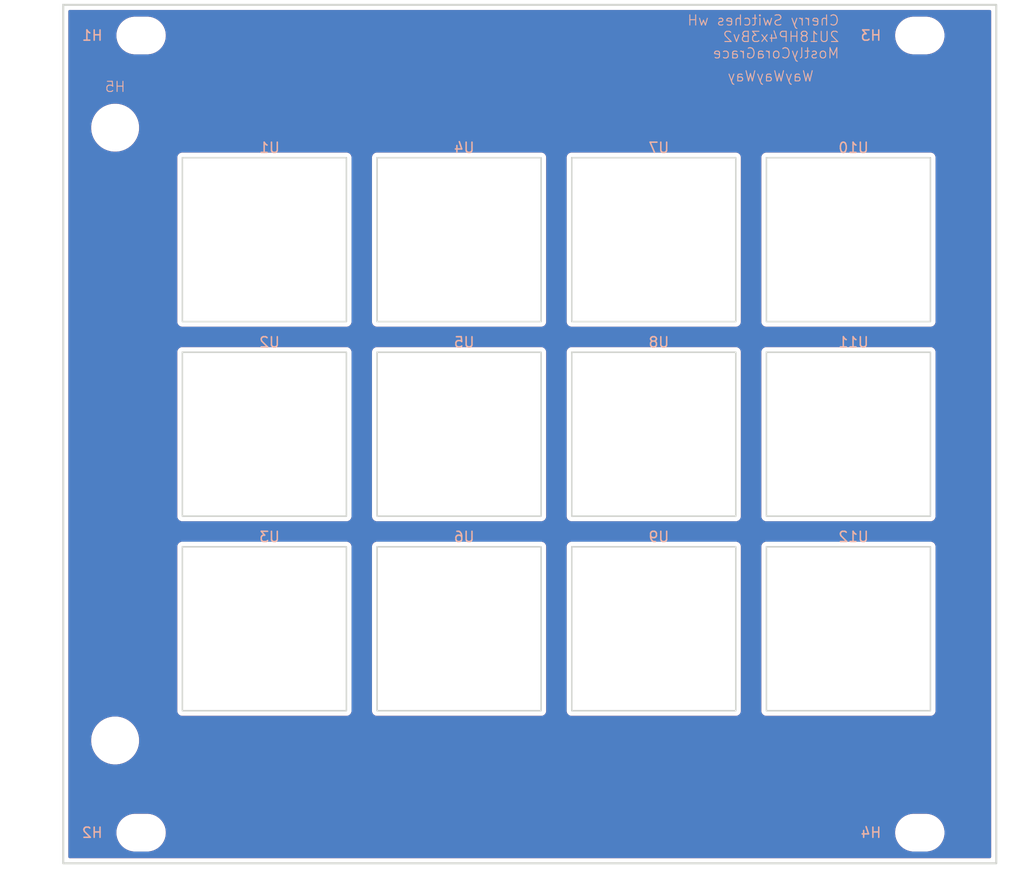
<source format=kicad_pcb>
(kicad_pcb (version 20241229) (generator "pcbnew") (generator_version "9.0")
  (layers (0 "F.Cu" signal) (2 "B.Cu" signal) (13 "F.Paste" user) (15 "B.Paste" user) (5 "F.SilkS" user "F.Silkscreen") (7 "B.SilkS" user "B.Silkscreen") (1 "F.Mask" user) (3 "B.Mask" user) (25 "Edge.Cuts" user))
  (net 0 "")
  (footprint "EXC:MountingHole_3.2mm_M3" (layer "F.Cu") (at 7.62 83.475)
    (property "Reference" "H2" (at -3.683 0 0) (layer "B.SilkS") (effects (justify left mirror)))
    (property "Value" "Eurorack_M3_MountingHole")
    (pad "" np_thru_hole oval (at 0 0) (size 4.34 3.2) (drill oval 4.34 3.2) (layers "*.Cu" "*.Mask"))
  )
  (footprint "EXC:SW_Cherry_MX_1.00u_Clearance" (layer "F.Cu") (at 57.785 44.4625)
    (property "Reference" "U8" (at 0.5 -9 0) (layer "B.SilkS") (effects (justify mirror)))
    (property "Value" "~")
    (fp_rect (start -8.025 -8.025) (end 8.025 8.025) (stroke (width 0.15)) (fill no) (layer "Edge.Cuts"))
  )
  (footprint "EXC:SW_Cherry_MX_1.00u_Clearance" (layer "F.Cu") (at 57.785 25.4125)
    (property "Reference" "U7" (at 0.5 -9 0) (layer "B.SilkS") (effects (justify mirror)))
    (property "Value" "~")
    (fp_rect (start -8.025 -8.025) (end 8.025 8.025) (stroke (width 0.15)) (fill no) (layer "Edge.Cuts"))
  )
  (footprint "EXC:SW_Cherry_MX_1.00u_Clearance" (layer "F.Cu") (at 38.735 44.4625)
    (property "Reference" "U5" (at 0.5 -9 0) (layer "B.SilkS") (effects (justify mirror)))
    (property "Value" "~")
    (fp_rect (start -8.025 -8.025) (end 8.025 8.025) (stroke (width 0.15)) (fill no) (layer "Edge.Cuts"))
  )
  (footprint "EXC:SW_Cherry_MX_1.00u_Clearance" (layer "F.Cu") (at 19.685 44.4625)
    (property "Reference" "U2" (at 0.5 -9 0) (layer "B.SilkS") (effects (justify mirror)))
    (property "Value" "~")
    (fp_rect (start -8.025 -8.025) (end 8.025 8.025) (stroke (width 0.15)) (fill no) (layer "Edge.Cuts"))
  )
  (footprint "EXC:Handle_2UM4P60_A" (layer "F.Cu") (at 5.08 14.45)
    (property "Reference" "H5" (at 0 -4 0) (layer "B.SilkS") (effects (font (thickness 0.1)) (justify mirror)))
    (property "Value" "Handle_2UM4P60_PanelMount")
    (pad "" np_thru_hole circle (at 0 0) (size 4.2 4.2) (drill 4.2) (layers "*.Cu" "*.Mask"))
    (pad "" np_thru_hole circle (at 0 60) (size 4.2 4.2) (drill 4.2) (layers "*.Cu" "*.Mask"))
  )
  (footprint "EXC:MountingHole_3.2mm_M3" (layer "F.Cu") (at 83.82 83.475)
    (property "Reference" "H4" (at -3.683 0 0) (layer "B.SilkS") (effects (justify left mirror)))
    (property "Value" "Eurorack_M3_MountingHole")
    (pad "" np_thru_hole oval (at 0 0) (size 4.34 3.2) (drill oval 4.34 3.2) (layers "*.Cu" "*.Mask"))
  )
  (footprint "EXC:SW_Cherry_MX_1.00u_Clearance" (layer "F.Cu") (at 38.735 63.5125)
    (property "Reference" "U6" (at 0.5 -9 0) (layer "B.SilkS") (effects (justify mirror)))
    (property "Value" "~")
    (fp_rect (start -8.025 -8.025) (end 8.025 8.025) (stroke (width 0.15)) (fill no) (layer "Edge.Cuts"))
  )
  (footprint "EXC:SW_Cherry_MX_1.00u_Clearance" (layer "F.Cu") (at 76.835 44.4625)
    (property "Reference" "U11" (at 0.5 -9 0) (layer "B.SilkS") (effects (justify mirror)))
    (property "Value" "~")
    (fp_rect (start -8.025 -8.025) (end 8.025 8.025) (stroke (width 0.15)) (fill no) (layer "Edge.Cuts"))
  )
  (footprint "EXC:SW_Cherry_MX_1.00u_Clearance" (layer "F.Cu") (at 19.685 25.4125)
    (property "Reference" "U1" (at 0.5 -9 0) (layer "B.SilkS") (effects (justify mirror)))
    (property "Value" "~")
    (fp_rect (start -8.025 -8.025) (end 8.025 8.025) (stroke (width 0.15)) (fill no) (layer "Edge.Cuts"))
  )
  (footprint "EXC:SW_Cherry_MX_1.00u_Clearance" (layer "F.Cu") (at 76.835 63.5125)
    (property "Reference" "U12" (at 0.5 -9 0) (layer "B.SilkS") (effects (justify mirror)))
    (property "Value" "~")
    (fp_rect (start -8.025 -8.025) (end 8.025 8.025) (stroke (width 0.15)) (fill no) (layer "Edge.Cuts"))
  )
  (footprint "EXC:MountingHole_3.2mm_M3" (layer "F.Cu") (at 83.82 5.425)
    (property "Reference" "H3" (at -3.683 0 0) (layer "B.SilkS") (effects (justify left mirror)))
    (property "Value" "Eurorack_M3_MountingHole")
    (pad "" np_thru_hole oval (at 0 0) (size 4.34 3.2) (drill oval 4.34 3.2) (layers "*.Cu" "*.Mask"))
  )
  (footprint "EXC:SW_Cherry_MX_1.00u_Clearance" (layer "F.Cu") (at 38.735 25.4125)
    (property "Reference" "U4" (at 0.5 -9 0) (layer "B.SilkS") (effects (justify mirror)))
    (property "Value" "~")
    (fp_rect (start -8.025 -8.025) (end 8.025 8.025) (stroke (width 0.15)) (fill no) (layer "Edge.Cuts"))
  )
  (footprint "EXC:SW_Cherry_MX_1.00u_Clearance" (layer "F.Cu") (at 19.685 63.5125)
    (property "Reference" "U3" (at 0.5 -9 0) (layer "B.SilkS") (effects (justify mirror)))
    (property "Value" "~")
    (fp_rect (start -8.025 -8.025) (end 8.025 8.025) (stroke (width 0.15)) (fill no) (layer "Edge.Cuts"))
  )
  (footprint "EXC:MountingHole_3.2mm_M3" (layer "F.Cu") (at 7.62 5.425)
    (property "Reference" "H1" (at -3.683 0 0) (layer "B.SilkS") (effects (justify left mirror)))
    (property "Value" "Eurorack_M3_MountingHole")
    (pad "" np_thru_hole oval (at 0 0) (size 4.34 3.2) (drill oval 4.34 3.2) (layers "*.Cu" "*.Mask"))
  )
  (footprint "EXC:SW_Cherry_MX_1.00u_Clearance" (layer "F.Cu") (at 57.785 63.5125)
    (property "Reference" "U9" (at 0.5 -9 0) (layer "B.SilkS") (effects (justify mirror)))
    (property "Value" "~")
    (fp_rect (start -8.025 -8.025) (end 8.025 8.025) (stroke (width 0.15)) (fill no) (layer "Edge.Cuts"))
  )
  (footprint "EXC:SW_Cherry_MX_1.00u_Clearance" (layer "F.Cu") (at 76.835 25.4125)
    (property "Reference" "U10" (at 0.5 -9 0) (layer "B.SilkS") (effects (justify mirror)))
    (property "Value" "~")
    (fp_rect (start -8.025 -8.025) (end 8.025 8.025) (stroke (width 0.15)) (fill no) (layer "Edge.Cuts"))
  )
  (gr_rect (start 0 2.425) (end 91.3 86.475) (stroke (width 0.2)) (fill no) (layer "Edge.Cuts"))
  (gr_text "WayWayWay" (at 73.5 10 0) (layer "B.SilkS") (effects (font (size 1 1) (thickness 0.1)) (justify left bottom mirror)))
  (gr_text "Cherry Switches wH\n2U18HP4x3Bv2\nMostlyCoraGrace" (at 76 7.75 0) (layer "B.SilkS") (effects (font (size 1 1) (thickness 0.1)) (justify left bottom mirror)))
  (zone (net 0) (net_name "") (layers "F.Cu" "B.Cu") (connect_pads (clearance 0.5)) (min_thickness 0.25) (fill yes (thermal_gap 0.5) (thermal_bridge_width 0.5) (island_removal_mode 1) (island_area_min 10))
    (polygon (pts (xy 0 2.425) (xy 91.3 2.425) (xy 91.3 86.475) (xy 0 86.475)))
  )
)
</source>
